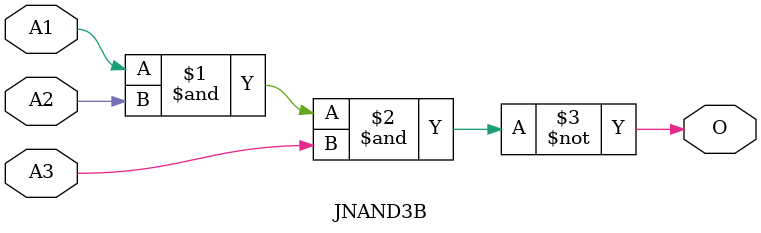
<source format=v>
module JNAND3B(A1, A2, A3, O);
input   A1;
input   A2;
input   A3;
output  O;
nand g0(O, A1, A2, A3);
endmodule
</source>
